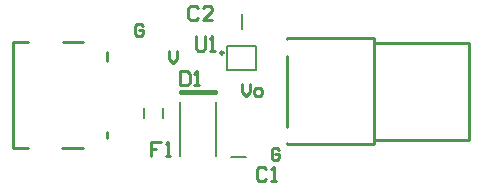
<source format=gbr>
%TF.GenerationSoftware,Altium Limited,Altium Designer,22.10.1 (41)*%
G04 Layer_Color=65535*
%FSLAX45Y45*%
%MOMM*%
%TF.SameCoordinates,7C4CEE53-0205-4E42-98F0-91463D168F18*%
%TF.FilePolarity,Positive*%
%TF.FileFunction,Legend,Top*%
%TF.Part,Single*%
G01*
G75*
%TA.AperFunction,NonConductor*%
%ADD30C,0.25000*%
%ADD31C,0.25400*%
%ADD32C,0.20000*%
%ADD33C,0.40000*%
D30*
X1816000Y1213480D02*
G03*
X1816000Y1213480I-12500J0D01*
G01*
D31*
X33406Y1301085D02*
X159504D01*
X833407Y492793D02*
Y539359D01*
X445676Y404178D02*
X627240D01*
X36078D02*
X162138D01*
X33406Y406850D02*
X36078Y404178D01*
X33406Y406850D02*
Y1301085D01*
X453593Y1304178D02*
X624507D01*
X833407Y1146823D02*
Y1216340D01*
X2350279Y437502D02*
Y445882D01*
Y589122D02*
Y1185888D01*
Y1337500D02*
X3086879D01*
X2350279Y1329113D02*
Y1337500D01*
Y437502D02*
X3086879D01*
Y1337500D01*
X3092380Y1300000D02*
X3892376D01*
X3092380Y475003D02*
X3892376D01*
Y1300000D01*
X2289145Y388106D02*
X2272484Y404768D01*
X2239161D01*
X2222500Y388106D01*
Y321461D01*
X2239161Y304800D01*
X2272484D01*
X2289145Y321461D01*
Y354784D01*
X2255823D01*
X1971040Y948328D02*
Y881683D01*
X2004363Y848360D01*
X2037685Y881683D01*
Y948328D01*
X2087669Y848360D02*
X2120992D01*
X2137653Y865021D01*
Y898344D01*
X2120992Y915005D01*
X2087669D01*
X2071008Y898344D01*
Y865021D01*
X2087669Y848360D01*
X1130905Y1442206D02*
X1114244Y1458868D01*
X1080921D01*
X1064260Y1442206D01*
Y1375561D01*
X1080921Y1358900D01*
X1114244D01*
X1130905Y1375561D01*
Y1408884D01*
X1097583D01*
X1356360Y1225188D02*
Y1158543D01*
X1389683Y1125220D01*
X1423005Y1158543D01*
Y1225188D01*
X1581186Y1352841D02*
Y1252873D01*
X1601180Y1232879D01*
X1641167D01*
X1661160Y1252873D01*
Y1352841D01*
X1701147Y1232879D02*
X1741134D01*
X1721141D01*
Y1352841D01*
X1701147Y1332847D01*
X1285240Y458761D02*
X1205266D01*
Y398780D01*
X1245253D01*
X1205266D01*
Y338799D01*
X1325227D02*
X1365214D01*
X1345221D01*
Y458761D01*
X1325227Y438767D01*
X1449106Y1058201D02*
Y938239D01*
X1509087D01*
X1529080Y958233D01*
Y1038207D01*
X1509087Y1058201D01*
X1449106D01*
X1569067Y938239D02*
X1609054D01*
X1589061D01*
Y1058201D01*
X1569067Y1038207D01*
X1599254Y1590997D02*
X1579260Y1610990D01*
X1539273D01*
X1519280Y1590997D01*
Y1511022D01*
X1539273Y1491029D01*
X1579260D01*
X1599254Y1511022D01*
X1719215Y1491029D02*
X1639241D01*
X1719215Y1571003D01*
Y1590997D01*
X1699221Y1610990D01*
X1659234D01*
X1639241Y1590997D01*
X2179320Y227947D02*
X2159327Y247941D01*
X2119340D01*
X2099346Y227947D01*
Y147973D01*
X2119340Y127979D01*
X2159327D01*
X2179320Y147973D01*
X2219307Y127979D02*
X2259294D01*
X2239301D01*
Y247941D01*
X2219307Y227947D01*
D32*
X1842500Y1071980D02*
Y1274980D01*
Y1071980D02*
X2094500D01*
Y1274980D01*
X1842500D02*
X2094500D01*
X1968500Y1418280D02*
Y1538280D01*
X1883100Y332740D02*
X2003100D01*
X1139190Y664880D02*
Y742280D01*
X1304290Y664880D02*
Y742280D01*
X1750200Y336420D02*
Y796420D01*
X1450200Y336420D02*
Y796420D01*
D33*
X1454200Y878420D02*
X1746200D01*
%TF.MD5,091632c706ca712fe17b554ea05b4328*%
M02*

</source>
